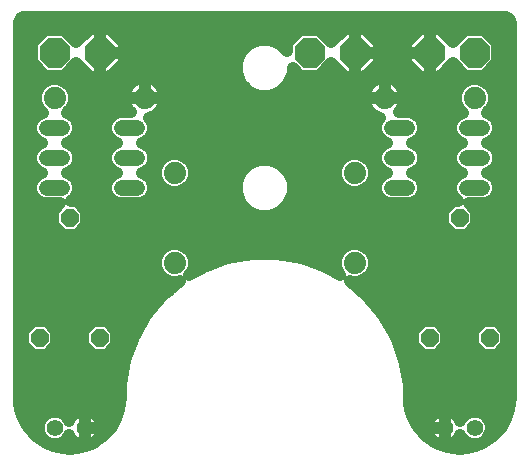
<source format=gtl>
G75*
G70*
%OFA0B0*%
%FSLAX24Y24*%
%IPPOS*%
%LPD*%
%AMOC8*
5,1,8,0,0,1.08239X$1,22.5*
%
%ADD10C,0.0520*%
%ADD11C,0.0740*%
%ADD12OC8,0.1000*%
%ADD13OC8,0.0600*%
%ADD14C,0.0551*%
%ADD15C,0.0400*%
D10*
X005594Y014453D02*
X006114Y014453D01*
X006114Y015453D02*
X005594Y015453D01*
X005594Y016453D02*
X006114Y016453D01*
X008094Y016453D02*
X008614Y016453D01*
X008614Y015453D02*
X008094Y015453D01*
X008094Y014453D02*
X008614Y014453D01*
X017094Y014453D02*
X017614Y014453D01*
X017614Y015453D02*
X017094Y015453D01*
X017094Y016453D02*
X017614Y016453D01*
X019594Y016453D02*
X020114Y016453D01*
X020114Y015453D02*
X019594Y015453D01*
X019594Y014453D02*
X020114Y014453D01*
D11*
X019854Y017453D03*
X016854Y017453D03*
X015854Y014953D03*
X015854Y011953D03*
X009854Y011953D03*
X009854Y014953D03*
X008854Y017453D03*
X005854Y017453D03*
D12*
X005854Y018953D03*
X007354Y018953D03*
X014354Y018953D03*
X015854Y018953D03*
X018354Y018953D03*
X019854Y018953D03*
D13*
X019354Y013453D03*
X018354Y009453D03*
X020354Y009453D03*
X007354Y009453D03*
X005354Y009453D03*
X006354Y013453D03*
D14*
X005854Y006453D03*
X006854Y006453D03*
X018854Y006453D03*
X019854Y006453D03*
D15*
X005947Y005802D02*
X005564Y005947D01*
X005227Y006180D01*
X004955Y006487D01*
X004955Y006487D01*
X004764Y006850D01*
X004666Y007248D01*
X004654Y007453D01*
X004654Y007512D01*
X004654Y019953D01*
X004658Y019992D01*
X004688Y020064D01*
X004743Y020119D01*
X004815Y020149D01*
X004854Y020153D01*
X020794Y020153D01*
X020854Y020153D01*
X020893Y020149D01*
X020965Y020119D01*
X021020Y020064D01*
X021050Y019992D01*
X021054Y019953D01*
X021054Y007512D01*
X021054Y007453D01*
X021042Y007248D01*
X020944Y006850D01*
X020753Y006487D01*
X020481Y006180D01*
X020144Y005947D01*
X019761Y005802D01*
X019354Y005753D01*
X018947Y005802D01*
X018668Y005908D01*
X018719Y005891D01*
X018809Y005877D01*
X018854Y005877D01*
X018899Y005877D01*
X018989Y005891D01*
X019075Y005919D01*
X019156Y005960D01*
X019229Y006014D01*
X019293Y006078D01*
X019346Y006151D01*
X019376Y006208D01*
X019400Y006149D01*
X019551Y005999D01*
X019747Y005917D01*
X019961Y005917D01*
X020157Y005999D01*
X020308Y006149D01*
X020390Y006346D01*
X020390Y006559D01*
X020308Y006756D01*
X020157Y006907D01*
X019961Y006988D01*
X019747Y006988D01*
X019551Y006907D01*
X019400Y006756D01*
X019376Y006697D01*
X019346Y006754D01*
X019293Y006828D01*
X019229Y006892D01*
X019156Y006945D01*
X019075Y006986D01*
X018989Y007014D01*
X018899Y007028D01*
X018854Y007028D01*
X018854Y006453D01*
X018854Y006453D01*
X018854Y007028D01*
X018809Y007028D01*
X018719Y007014D01*
X018633Y006986D01*
X018552Y006945D01*
X018479Y006892D01*
X018415Y006828D01*
X018362Y006754D01*
X018321Y006674D01*
X018293Y006587D01*
X018278Y006498D01*
X018278Y006453D01*
X018854Y006453D01*
X018854Y006452D01*
X018854Y005877D01*
X018854Y006452D01*
X018854Y006452D01*
X018278Y006452D01*
X018278Y006407D01*
X018293Y006318D01*
X018321Y006232D01*
X018362Y006151D01*
X018415Y006078D01*
X018479Y006014D01*
X018552Y005960D01*
X018619Y005927D01*
X018564Y005947D01*
X018227Y006180D01*
X017955Y006487D01*
X017764Y006850D01*
X017666Y007248D01*
X017654Y007453D01*
X017654Y007512D01*
X017654Y007872D01*
X017654Y007873D01*
X017508Y008700D01*
X017221Y009489D01*
X016801Y010216D01*
X016801Y010216D01*
X016261Y010860D01*
X015690Y011339D01*
X015729Y011323D01*
X015979Y011323D01*
X016211Y011419D01*
X016388Y011596D01*
X016484Y011827D01*
X016484Y012078D01*
X016388Y012309D01*
X016211Y012487D01*
X015979Y012583D01*
X015729Y012583D01*
X015497Y012487D01*
X015320Y012309D01*
X015224Y012078D01*
X015224Y011827D01*
X015320Y011596D01*
X015378Y011538D01*
X014890Y011819D01*
X014101Y012107D01*
X013274Y012253D01*
X012434Y012253D01*
X011607Y012107D01*
X010818Y011819D01*
X010330Y011538D01*
X010388Y011596D01*
X010484Y011827D01*
X010484Y012078D01*
X010388Y012309D01*
X010211Y012487D01*
X009979Y012583D01*
X009729Y012583D01*
X009497Y012487D01*
X009320Y012309D01*
X009224Y012078D01*
X009224Y011827D01*
X009320Y011596D01*
X009497Y011419D01*
X009729Y011323D01*
X009979Y011323D01*
X010018Y011338D01*
X009447Y010860D01*
X009447Y010860D01*
X009447Y010860D01*
X008907Y010216D01*
X008487Y009489D01*
X008487Y009489D01*
X008200Y008700D01*
X008200Y008700D01*
X008054Y007873D01*
X008054Y007872D01*
X008054Y007512D01*
X008054Y007503D01*
X008054Y007453D01*
X008054Y007452D01*
X008042Y007248D01*
X007944Y006850D01*
X007753Y006487D01*
X007481Y006180D01*
X007144Y005947D01*
X007089Y005927D01*
X007156Y005960D01*
X007229Y006014D01*
X007293Y006078D01*
X007346Y006151D01*
X007387Y006232D01*
X007415Y006318D01*
X007430Y006407D01*
X007430Y006452D01*
X006854Y006452D01*
X006854Y005877D01*
X006899Y005877D01*
X006989Y005891D01*
X007040Y005908D01*
X006761Y005802D01*
X006354Y005753D01*
X005947Y005802D01*
X005961Y005917D02*
X005747Y005917D01*
X005551Y005999D01*
X005400Y006149D01*
X005318Y006346D01*
X005318Y006559D01*
X005400Y006756D01*
X005551Y006907D01*
X005747Y006988D01*
X005961Y006988D01*
X006157Y006907D01*
X006308Y006756D01*
X006332Y006697D01*
X006362Y006754D01*
X006415Y006828D01*
X006479Y006892D01*
X006552Y006945D01*
X006633Y006986D01*
X006719Y007014D01*
X006809Y007028D01*
X006854Y007028D01*
X006899Y007028D01*
X006989Y007014D01*
X007075Y006986D01*
X007156Y006945D01*
X007229Y006892D01*
X007293Y006828D01*
X007346Y006754D01*
X007387Y006674D01*
X007415Y006587D01*
X007430Y006498D01*
X007430Y006453D01*
X006854Y006453D01*
X006854Y006453D01*
X006854Y007028D01*
X006854Y006453D01*
X006854Y006452D01*
X006854Y006452D01*
X006854Y005877D01*
X006809Y005877D01*
X006719Y005891D01*
X006633Y005919D01*
X006552Y005960D01*
X006479Y006014D01*
X006415Y006078D01*
X006362Y006151D01*
X006332Y006208D01*
X006308Y006149D01*
X006157Y005999D01*
X005961Y005917D01*
X005817Y005851D02*
X006891Y005851D01*
X006854Y006250D02*
X006854Y006250D01*
X006854Y006648D02*
X006854Y006648D01*
X007396Y006648D02*
X007838Y006648D01*
X007992Y007047D02*
X004716Y007047D01*
X004870Y006648D02*
X005355Y006648D01*
X005358Y006250D02*
X005165Y006250D01*
X004654Y007445D02*
X008054Y007445D01*
X008054Y007844D02*
X004654Y007844D01*
X004654Y008242D02*
X008119Y008242D01*
X008190Y008641D02*
X004654Y008641D01*
X004654Y009039D02*
X004975Y009039D01*
X005122Y008893D02*
X004794Y009221D01*
X004794Y009685D01*
X005122Y010013D01*
X005586Y010013D01*
X005914Y009685D01*
X005914Y009221D01*
X005586Y008893D01*
X005122Y008893D01*
X005733Y009039D02*
X006975Y009039D01*
X007122Y008893D02*
X006794Y009221D01*
X006794Y009685D01*
X007122Y010013D01*
X007586Y010013D01*
X007914Y009685D01*
X007914Y009221D01*
X007586Y008893D01*
X007122Y008893D01*
X007733Y009039D02*
X008324Y009039D01*
X008469Y009438D02*
X007914Y009438D01*
X007762Y009837D02*
X008688Y009837D01*
X008907Y010216D02*
X008907Y010216D01*
X008923Y010235D02*
X004654Y010235D01*
X004654Y009837D02*
X004946Y009837D01*
X004794Y009438D02*
X004654Y009438D01*
X005762Y009837D02*
X006946Y009837D01*
X006794Y009438D02*
X005914Y009438D01*
X004654Y010634D02*
X009257Y010634D01*
X009653Y011032D02*
X004654Y011032D01*
X004654Y011431D02*
X009485Y011431D01*
X009224Y011829D02*
X004654Y011829D01*
X004654Y012228D02*
X009286Y012228D01*
X010422Y012228D02*
X012294Y012228D01*
X012434Y012253D02*
X012434Y012253D01*
X011607Y012107D02*
X011607Y012107D01*
X010845Y011829D02*
X010484Y011829D01*
X010818Y011819D02*
X010818Y011819D01*
X012327Y013664D02*
X012669Y013523D01*
X013039Y013523D01*
X013381Y013664D01*
X013642Y013926D01*
X013784Y014268D01*
X013784Y014638D01*
X013642Y014979D01*
X013381Y015241D01*
X013039Y015382D01*
X012669Y015382D01*
X012327Y015241D01*
X012066Y014979D01*
X011924Y014638D01*
X011924Y014268D01*
X012066Y013926D01*
X012327Y013664D01*
X012169Y013822D02*
X006776Y013822D01*
X006914Y013685D02*
X006586Y014013D01*
X006409Y014013D01*
X006555Y014158D01*
X006634Y014349D01*
X006634Y014556D01*
X006555Y014747D01*
X006409Y014893D01*
X006266Y014953D01*
X006409Y015012D01*
X006555Y015158D01*
X006634Y015349D01*
X006634Y015556D01*
X006555Y015747D01*
X006409Y015893D01*
X006266Y015953D01*
X006409Y016012D01*
X006555Y016158D01*
X006634Y016349D01*
X006634Y016556D01*
X006555Y016747D01*
X006409Y016893D01*
X006251Y016959D01*
X006388Y017096D01*
X006484Y017327D01*
X006484Y017578D01*
X006388Y017809D01*
X006211Y017987D01*
X005979Y018083D01*
X005729Y018083D01*
X005497Y017987D01*
X005320Y017809D01*
X005224Y017578D01*
X005224Y017327D01*
X005320Y017096D01*
X005457Y016959D01*
X005299Y016893D01*
X005153Y016747D01*
X005074Y016556D01*
X005074Y016349D01*
X005153Y016158D01*
X005299Y016012D01*
X005442Y015953D01*
X005299Y015893D01*
X005153Y015747D01*
X005074Y015556D01*
X005074Y015349D01*
X005153Y015158D01*
X005299Y015012D01*
X005442Y014953D01*
X005299Y014893D01*
X005153Y014747D01*
X005074Y014556D01*
X005074Y014349D01*
X005153Y014158D01*
X005299Y014012D01*
X005491Y013933D01*
X006042Y013933D01*
X005794Y013685D01*
X005794Y013221D01*
X006122Y012893D01*
X006586Y012893D01*
X006914Y013221D01*
X006914Y013685D01*
X006914Y013423D02*
X018794Y013423D01*
X018794Y013221D02*
X019122Y012893D01*
X019586Y012893D01*
X019914Y013221D01*
X019914Y013685D01*
X019666Y013933D01*
X020217Y013933D01*
X020409Y014012D01*
X020555Y014158D01*
X020634Y014349D01*
X020634Y014556D01*
X020555Y014747D01*
X020409Y014893D01*
X020266Y014953D01*
X020409Y015012D01*
X020555Y015158D01*
X020634Y015349D01*
X020634Y015556D01*
X020555Y015747D01*
X020409Y015893D01*
X020266Y015953D01*
X020409Y016012D01*
X020555Y016158D01*
X020634Y016349D01*
X020634Y016556D01*
X020555Y016747D01*
X020409Y016893D01*
X020251Y016959D01*
X020388Y017096D01*
X020484Y017327D01*
X020484Y017578D01*
X020388Y017809D01*
X020211Y017987D01*
X019979Y018083D01*
X019729Y018083D01*
X019497Y017987D01*
X019320Y017809D01*
X019224Y017578D01*
X019224Y017327D01*
X019320Y017096D01*
X019457Y016959D01*
X019299Y016893D01*
X019153Y016747D01*
X019074Y016556D01*
X019074Y016349D01*
X019153Y016158D01*
X019299Y016012D01*
X019442Y015953D01*
X019299Y015893D01*
X019153Y015747D01*
X019074Y015556D01*
X019074Y015349D01*
X019153Y015158D01*
X019299Y015012D01*
X019442Y014953D01*
X019299Y014893D01*
X019153Y014747D01*
X019074Y014556D01*
X019074Y014349D01*
X019153Y014158D01*
X019299Y014013D01*
X019122Y014013D01*
X018794Y013685D01*
X018794Y013221D01*
X018990Y013025D02*
X006718Y013025D01*
X005990Y013025D02*
X004654Y013025D01*
X004654Y012626D02*
X021054Y012626D01*
X021054Y013025D02*
X019718Y013025D01*
X019914Y013423D02*
X021054Y013423D01*
X021054Y013822D02*
X019776Y013822D01*
X019127Y014221D02*
X018081Y014221D01*
X018055Y014158D02*
X018134Y014349D01*
X018134Y014556D01*
X018055Y014747D01*
X017909Y014893D01*
X017766Y014953D01*
X017909Y015012D01*
X018055Y015158D01*
X018134Y015349D01*
X018134Y015556D01*
X018055Y015747D01*
X017909Y015893D01*
X017766Y015953D01*
X017909Y016012D01*
X018055Y016158D01*
X018134Y016349D01*
X018134Y016556D01*
X018055Y016747D01*
X017909Y016893D01*
X017717Y016973D01*
X017321Y016973D01*
X017359Y017010D01*
X017412Y017080D01*
X017456Y017156D01*
X017490Y017237D01*
X017513Y017322D01*
X017524Y017409D01*
X019224Y017409D01*
X019405Y017010D02*
X017359Y017010D01*
X017524Y017409D02*
X017524Y017452D01*
X016854Y017452D01*
X016854Y017453D01*
X016854Y017453D01*
X016854Y018123D01*
X016898Y018123D01*
X016985Y018111D01*
X017070Y018088D01*
X017151Y018055D01*
X017227Y018011D01*
X017297Y017957D01*
X017359Y017895D01*
X017412Y017826D01*
X017456Y017750D01*
X017490Y017668D01*
X017513Y017584D01*
X017524Y017496D01*
X017524Y017453D01*
X016854Y017453D01*
X016854Y018123D01*
X016810Y018123D01*
X016723Y018111D01*
X016638Y018088D01*
X016557Y018055D01*
X016481Y018011D01*
X016411Y017957D01*
X016349Y017895D01*
X016296Y017826D01*
X016252Y017750D01*
X016218Y017668D01*
X016195Y017584D01*
X016184Y017496D01*
X016184Y017453D01*
X016854Y017453D01*
X016854Y017452D01*
X016184Y017452D01*
X016184Y017409D01*
X009524Y017409D01*
X009524Y017452D01*
X008854Y017452D01*
X008854Y017453D01*
X008854Y017453D01*
X008854Y018123D01*
X008898Y018123D01*
X008985Y018111D01*
X009070Y018088D01*
X009151Y018055D01*
X009227Y018011D01*
X009297Y017957D01*
X009359Y017895D01*
X009412Y017826D01*
X009456Y017750D01*
X009490Y017668D01*
X009513Y017584D01*
X009524Y017496D01*
X009524Y017453D01*
X008854Y017453D01*
X008854Y018123D01*
X008810Y018123D01*
X008723Y018111D01*
X008638Y018088D01*
X008557Y018055D01*
X008481Y018011D01*
X008411Y017957D01*
X008349Y017895D01*
X008296Y017826D01*
X008252Y017750D01*
X008218Y017668D01*
X008195Y017584D01*
X008184Y017496D01*
X008184Y017453D01*
X008854Y017453D01*
X008854Y017452D01*
X008184Y017452D01*
X008184Y017409D01*
X006484Y017409D01*
X006303Y017010D02*
X008349Y017010D01*
X008387Y016973D01*
X007991Y016973D01*
X007799Y016893D01*
X007653Y016747D01*
X007574Y016556D01*
X007574Y016349D01*
X007653Y016158D01*
X007799Y016012D01*
X007942Y015953D01*
X007799Y015893D01*
X007653Y015747D01*
X007574Y015556D01*
X007574Y015349D01*
X007653Y015158D01*
X007799Y015012D01*
X007942Y014953D01*
X007799Y014893D01*
X007653Y014747D01*
X007574Y014556D01*
X007574Y014349D01*
X007653Y014158D01*
X007799Y014012D01*
X007991Y013933D01*
X008717Y013933D01*
X008909Y014012D01*
X009055Y014158D01*
X009134Y014349D01*
X009134Y014556D01*
X009055Y014747D01*
X008909Y014893D01*
X008766Y014953D01*
X008909Y015012D01*
X009055Y015158D01*
X009134Y015349D01*
X009134Y015556D01*
X009055Y015747D01*
X008909Y015893D01*
X008766Y015953D01*
X008909Y016012D01*
X009055Y016158D01*
X009134Y016349D01*
X009134Y016556D01*
X009055Y016747D01*
X009003Y016799D01*
X009070Y016817D01*
X009151Y016850D01*
X009227Y016894D01*
X009297Y016948D01*
X009359Y017010D01*
X009412Y017080D01*
X009456Y017156D01*
X009490Y017237D01*
X009513Y017322D01*
X009524Y017409D01*
X009359Y017010D02*
X016349Y017010D01*
X016411Y016948D01*
X016481Y016894D01*
X016557Y016850D01*
X016638Y016817D01*
X016705Y016799D01*
X016653Y016747D01*
X016574Y016556D01*
X016574Y016349D01*
X016653Y016158D01*
X016799Y016012D01*
X016942Y015953D01*
X016799Y015893D01*
X016653Y015747D01*
X016574Y015556D01*
X016574Y015349D01*
X016653Y015158D01*
X016799Y015012D01*
X016942Y014953D01*
X016799Y014893D01*
X016653Y014747D01*
X016574Y014556D01*
X016574Y014349D01*
X016653Y014158D01*
X016799Y014012D01*
X016991Y013933D01*
X017717Y013933D01*
X017909Y014012D01*
X018055Y014158D01*
X018108Y014619D02*
X019100Y014619D01*
X019294Y015018D02*
X017914Y015018D01*
X018134Y015416D02*
X019074Y015416D01*
X019221Y015815D02*
X017987Y015815D01*
X018078Y016213D02*
X019130Y016213D01*
X019097Y016612D02*
X018111Y016612D01*
X016721Y015815D02*
X008987Y015815D01*
X009078Y016213D02*
X016630Y016213D01*
X016597Y016612D02*
X009111Y016612D01*
X008349Y017010D02*
X008296Y017080D01*
X008252Y017156D01*
X008218Y017237D01*
X008195Y017322D01*
X008184Y017409D01*
X008285Y017807D02*
X006389Y017807D01*
X006169Y018193D02*
X006576Y018600D01*
X007023Y018153D01*
X007354Y018153D01*
X007685Y018153D01*
X008154Y018621D01*
X008154Y018952D01*
X007354Y018952D01*
X007354Y018153D01*
X007354Y018952D01*
X007354Y018952D01*
X007354Y018953D01*
X007354Y018953D01*
X007354Y019753D01*
X007685Y019753D01*
X008154Y019284D01*
X008154Y018953D01*
X007354Y018953D01*
X007354Y019753D01*
X007023Y019753D01*
X006576Y019306D01*
X006169Y019713D01*
X005539Y019713D01*
X005094Y019267D01*
X005094Y018638D01*
X005539Y018193D01*
X006169Y018193D01*
X006182Y018206D02*
X006969Y018206D01*
X007354Y018206D02*
X007354Y018206D01*
X007739Y018206D02*
X011950Y018206D01*
X011924Y018268D02*
X012066Y017926D01*
X012327Y017664D01*
X012669Y017523D01*
X013039Y017523D01*
X013381Y017664D01*
X013642Y017926D01*
X013784Y018268D01*
X013784Y018448D01*
X014039Y018193D01*
X014669Y018193D01*
X015076Y018600D01*
X015523Y018153D01*
X015854Y018153D01*
X016185Y018153D01*
X016654Y018621D01*
X016654Y018952D01*
X015854Y018952D01*
X015854Y018952D01*
X015854Y018153D01*
X015854Y018952D01*
X015854Y018953D01*
X015854Y018953D01*
X015854Y019753D01*
X016185Y019753D01*
X016654Y019284D01*
X016654Y018953D01*
X015854Y018953D01*
X015854Y019753D01*
X015523Y019753D01*
X015076Y019306D01*
X014669Y019713D01*
X014039Y019713D01*
X013594Y019267D01*
X013594Y019028D01*
X013381Y019241D01*
X013039Y019382D01*
X012669Y019382D01*
X012327Y019241D01*
X012066Y018979D01*
X011924Y018638D01*
X011924Y018268D01*
X011924Y018605D02*
X008137Y018605D01*
X008154Y019003D02*
X012089Y019003D01*
X012184Y017807D02*
X009423Y017807D01*
X008854Y017807D02*
X008854Y017807D01*
X007597Y016612D02*
X006611Y016612D01*
X006578Y016213D02*
X007630Y016213D01*
X007721Y015815D02*
X006487Y015815D01*
X006634Y015416D02*
X007574Y015416D01*
X007794Y015018D02*
X006414Y015018D01*
X006608Y014619D02*
X007600Y014619D01*
X007627Y014221D02*
X006581Y014221D01*
X005932Y013822D02*
X004654Y013822D01*
X004654Y014221D02*
X005127Y014221D01*
X005100Y014619D02*
X004654Y014619D01*
X004654Y015018D02*
X005294Y015018D01*
X005074Y015416D02*
X004654Y015416D01*
X004654Y015815D02*
X005221Y015815D01*
X005130Y016213D02*
X004654Y016213D01*
X004654Y016612D02*
X005097Y016612D01*
X005405Y017010D02*
X004654Y017010D01*
X004654Y017409D02*
X005224Y017409D01*
X005319Y017807D02*
X004654Y017807D01*
X004654Y018206D02*
X005526Y018206D01*
X005127Y018605D02*
X004654Y018605D01*
X004654Y019003D02*
X005094Y019003D01*
X005228Y019402D02*
X004654Y019402D01*
X004654Y019800D02*
X021054Y019800D01*
X021054Y019402D02*
X020480Y019402D01*
X020614Y019267D02*
X020169Y019713D01*
X019539Y019713D01*
X019132Y019306D01*
X018685Y019753D01*
X018354Y019753D01*
X018354Y018953D01*
X018354Y018953D01*
X018354Y019753D01*
X018023Y019753D01*
X017554Y019284D01*
X017554Y018953D01*
X018354Y018953D01*
X018354Y018952D01*
X018354Y018153D01*
X018685Y018153D01*
X019132Y018600D01*
X019539Y018193D01*
X020169Y018193D01*
X020614Y018638D01*
X020614Y019267D01*
X020614Y019003D02*
X021054Y019003D01*
X021054Y018605D02*
X020581Y018605D01*
X020182Y018206D02*
X021054Y018206D01*
X021054Y017807D02*
X020389Y017807D01*
X020484Y017409D02*
X021054Y017409D01*
X021054Y017010D02*
X020303Y017010D01*
X020611Y016612D02*
X021054Y016612D01*
X021054Y016213D02*
X020578Y016213D01*
X020487Y015815D02*
X021054Y015815D01*
X021054Y015416D02*
X020634Y015416D01*
X020414Y015018D02*
X021054Y015018D01*
X021054Y014619D02*
X020608Y014619D01*
X020581Y014221D02*
X021054Y014221D01*
X021054Y012228D02*
X016422Y012228D01*
X016484Y011829D02*
X021054Y011829D01*
X021054Y011431D02*
X016223Y011431D01*
X016055Y011032D02*
X021054Y011032D01*
X021054Y010634D02*
X016451Y010634D01*
X016261Y010860D02*
X016261Y010860D01*
X016261Y010860D01*
X016785Y010235D02*
X021054Y010235D01*
X021054Y009837D02*
X020762Y009837D01*
X020914Y009685D02*
X020586Y010013D01*
X020122Y010013D01*
X019794Y009685D01*
X019794Y009221D01*
X020122Y008893D01*
X020586Y008893D01*
X020914Y009221D01*
X020914Y009685D01*
X020914Y009438D02*
X021054Y009438D01*
X021054Y009039D02*
X020733Y009039D01*
X021054Y008641D02*
X017518Y008641D01*
X017508Y008700D02*
X017508Y008700D01*
X017384Y009039D02*
X017975Y009039D01*
X018122Y008893D02*
X017794Y009221D01*
X017794Y009685D01*
X018122Y010013D01*
X018586Y010013D01*
X018914Y009685D01*
X018914Y009221D01*
X018586Y008893D01*
X018122Y008893D01*
X018733Y009039D02*
X019975Y009039D01*
X019794Y009438D02*
X018914Y009438D01*
X018762Y009837D02*
X019946Y009837D01*
X021054Y008242D02*
X017589Y008242D01*
X017654Y007844D02*
X021054Y007844D01*
X021054Y007445D02*
X017654Y007445D01*
X017654Y007512D02*
X017654Y007512D01*
X017716Y007047D02*
X020992Y007047D01*
X020838Y006648D02*
X020353Y006648D01*
X020350Y006250D02*
X020543Y006250D01*
X019891Y005851D02*
X018818Y005851D01*
X018854Y006250D02*
X018854Y006250D01*
X018854Y006648D02*
X018854Y006648D01*
X018312Y006648D02*
X017870Y006648D01*
X018165Y006250D02*
X018315Y006250D01*
X017794Y009438D02*
X017239Y009438D01*
X017221Y009489D02*
X017221Y009489D01*
X017020Y009837D02*
X017946Y009837D01*
X015224Y011829D02*
X014863Y011829D01*
X014890Y011819D02*
X014890Y011819D01*
X015286Y012228D02*
X013414Y012228D01*
X013274Y012253D02*
X013274Y012253D01*
X014101Y012107D02*
X014101Y012107D01*
X013539Y013822D02*
X018931Y013822D01*
X016794Y015018D02*
X016484Y015018D01*
X016484Y015078D02*
X016388Y015309D01*
X016211Y015487D01*
X015979Y015583D01*
X015729Y015583D01*
X015497Y015487D01*
X015320Y015309D01*
X015224Y015078D01*
X015224Y014827D01*
X015320Y014596D01*
X015497Y014419D01*
X015729Y014323D01*
X015979Y014323D01*
X016211Y014419D01*
X016388Y014596D01*
X016484Y014827D01*
X016484Y015078D01*
X016574Y015416D02*
X016281Y015416D01*
X016398Y014619D02*
X016600Y014619D01*
X016627Y014221D02*
X013764Y014221D01*
X013784Y014619D02*
X015310Y014619D01*
X015224Y015018D02*
X013604Y015018D01*
X012104Y015018D02*
X010484Y015018D01*
X010484Y015078D02*
X010388Y015309D01*
X010211Y015487D01*
X009979Y015583D01*
X009729Y015583D01*
X009497Y015487D01*
X009320Y015309D01*
X009224Y015078D01*
X009224Y014827D01*
X009320Y014596D01*
X009497Y014419D01*
X009729Y014323D01*
X009979Y014323D01*
X010211Y014419D01*
X010388Y014596D01*
X010484Y014827D01*
X010484Y015078D01*
X010281Y015416D02*
X015427Y015416D01*
X016349Y017010D02*
X016296Y017080D01*
X016252Y017156D01*
X016218Y017237D01*
X016195Y017322D01*
X016184Y017409D01*
X016285Y017807D02*
X013524Y017807D01*
X013758Y018206D02*
X014026Y018206D01*
X014682Y018206D02*
X015469Y018206D01*
X015854Y018206D02*
X015854Y018206D01*
X016239Y018206D02*
X017969Y018206D01*
X018023Y018153D02*
X018354Y018153D01*
X018354Y018952D01*
X018354Y018952D01*
X017554Y018952D01*
X017554Y018621D01*
X018023Y018153D01*
X018354Y018206D02*
X018354Y018206D01*
X018739Y018206D02*
X019526Y018206D01*
X019319Y017807D02*
X017423Y017807D01*
X016854Y017807D02*
X016854Y017807D01*
X016637Y018605D02*
X017571Y018605D01*
X017554Y019003D02*
X016654Y019003D01*
X016536Y019402D02*
X017672Y019402D01*
X018354Y019402D02*
X018354Y019402D01*
X018354Y019003D02*
X018354Y019003D01*
X018354Y018605D02*
X018354Y018605D01*
X019036Y019402D02*
X019228Y019402D01*
X015854Y019402D02*
X015854Y019402D01*
X015854Y019003D02*
X015854Y019003D01*
X015854Y018605D02*
X015854Y018605D01*
X015172Y019402D02*
X014980Y019402D01*
X013728Y019402D02*
X008036Y019402D01*
X007354Y019402D02*
X007354Y019402D01*
X007354Y019003D02*
X007354Y019003D01*
X007354Y018605D02*
X007354Y018605D01*
X006672Y019402D02*
X006480Y019402D01*
X009134Y015416D02*
X009427Y015416D01*
X009224Y015018D02*
X008914Y015018D01*
X009108Y014619D02*
X009310Y014619D01*
X009081Y014221D02*
X011944Y014221D01*
X011924Y014619D02*
X010398Y014619D01*
X005794Y013423D02*
X004654Y013423D01*
X007393Y006250D02*
X007543Y006250D01*
M02*

</source>
